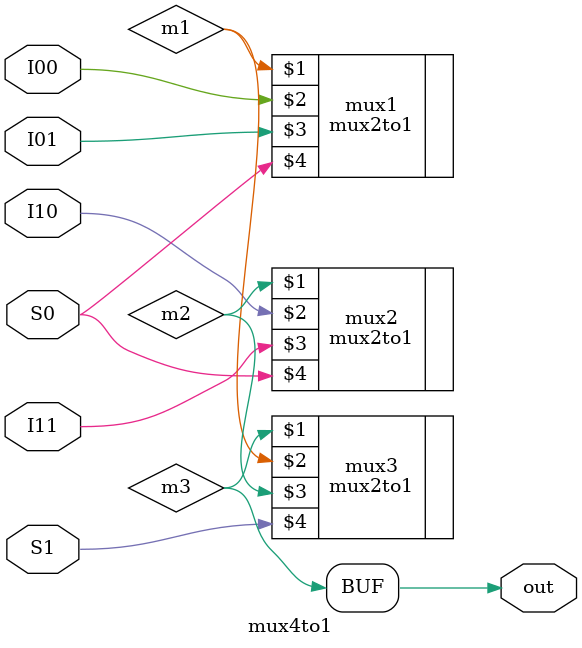
<source format=v>
module mux4to1(out,I00,I01,I10,I11,S1,S0);
input I00,I01,I10,I11,S1,S0;
output out;
wire m1,m2,m3;
//module mux2to1 (Out,I0,I1,S);
mux2to1 mux1(m1,I00,I01,S0);
mux2to1 mux2(m2,I10,I11,S0);
mux2to1 mux3(m3,m1,m2,S1);
assign out= m3;

endmodule

</source>
